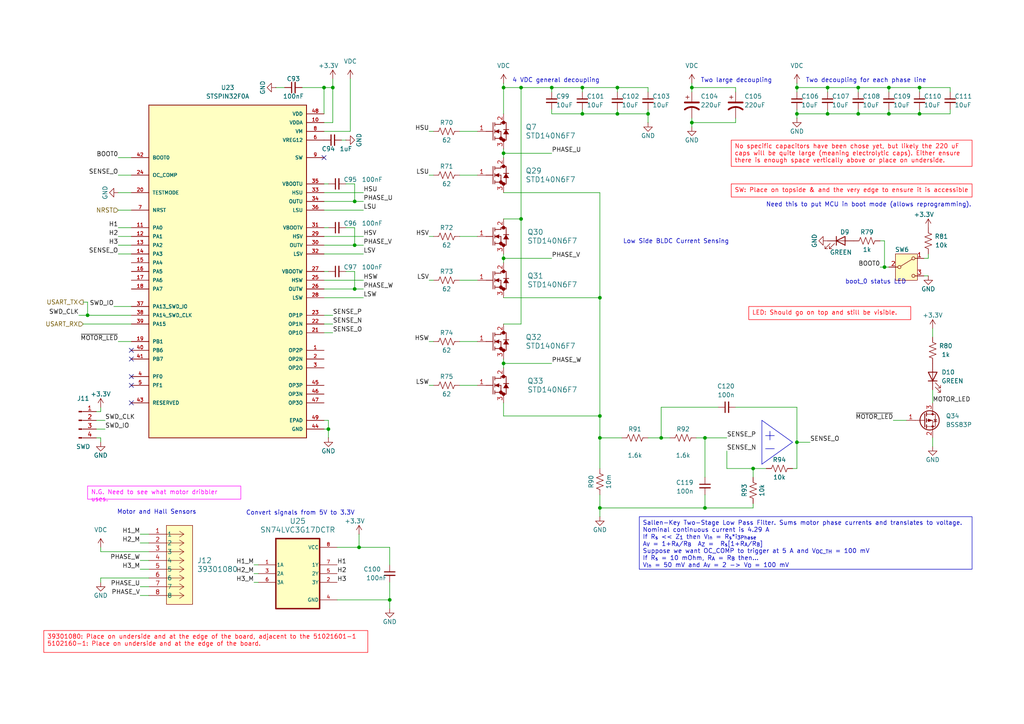
<source format=kicad_sch>
(kicad_sch (version 20231120) (generator "eeschema") (generator_version "8.0")
  (paper "A4")
  (lib_symbols
    (symbol "Connector:Conn_01x04_Pin" (pin_names (offset 1.016) hide)
      (property "Reference" "J" (at 0 5.08 0))
      (property "Value" "Conn_01x04_Pin" (at 0 -7.62 0))
      (symbol "Conn_01x04_Pin_1_1"
        (pin passive line (at 5.08 2.54 180) (length 3.81) (name "Pin_1") (number "1"))
        (pin passive line (at 5.08 0 180) (length 3.81) (name "Pin_2") (number "2"))
        (pin passive line (at 5.08 -2.54 180) (length 3.81) (name "Pin_3") (number "3"))
        (pin passive line (at 5.08 -5.08 180) (length 3.81) (name "Pin_4") (number "4"))
      )
    )
    (symbol "Device:C_Polarized_US" (pin_numbers hide) (pin_names (offset 0.254) hide)
      (property "Reference" "C" (at 0.635 2.54 0))
      (property "Value" "C_Polarized_US" (at 0.635 -2.54 0))
      (symbol "C_Polarized_US_1_1"
        (pin passive line (at 0 3.81 270) (length 2.794) (name "~") (number "1"))
        (pin passive line (at 0 -3.81 90) (length 3.302) (name "~") (number "2"))
      )
    )
    (symbol "Device:C_Small" (pin_numbers hide) (pin_names (offset 0.254) hide)
      (property "Reference" "C" (at 0.254 1.778 0))
      (property "Value" "C_Small" (at 0.254 -2.032 0))
      (symbol "C_Small_1_1"
        (pin passive line (at 0 2.54 270) (length 2.032) (name "~") (number "1"))
        (pin passive line (at 0 -2.54 90) (length 2.032) (name "~") (number "2"))
      )
    )
    (symbol "Device:LED" (pin_numbers hide) (pin_names (offset 1.016) hide)
      (property "Reference" "D" (at 0 2.54 0))
      (property "Value" "LED" (at 0 -2.54 0))
      (symbol "LED_1_1"
        (pin passive line (at -3.81 0 0) (length 2.54) (name "K") (number "1"))
        (pin passive line (at 3.81 0 180) (length 2.54) (name "A") (number "2"))
      )
    )
    (symbol "Device:R_US" (pin_numbers hide) (pin_names (offset 0))
      (property "Reference" "R" (at 2.54 0 90))
      (property "Value" "R_US" (at -2.54 0 90))
      (symbol "R_US_1_1"
        (pin passive line (at 0 3.81 270) (length 1.27) (name "~") (number "1"))
        (pin passive line (at 0 -3.81 90) (length 1.27) (name "~") (number "2"))
      )
    )
    (symbol "RoboJackets-Connectors:39301080" (pin_names (offset 0.254))
      (property "Reference" "J" (at 8.89 6.35 0))
      (property "Value" "39301080" (at 9.144 -22.098 0))
      (symbol "39301080_1_1"
        (pin unspecified line (at 0 0 0) (length 5.08) (name "1") (number "1"))
        (pin unspecified line (at 0 -2.54 0) (length 5.08) (name "2") (number "2"))
        (pin unspecified line (at 0 -5.08 0) (length 5.08) (name "3") (number "3"))
        (pin unspecified line (at 0 -7.62 0) (length 5.08) (name "4") (number "4"))
        (pin unspecified line (at 0 -10.16 0) (length 5.08) (name "5") (number "5"))
        (pin unspecified line (at 0 -12.7 0) (length 5.08) (name "6") (number "6"))
        (pin unspecified line (at 0 -15.24 0) (length 5.08) (name "7") (number "7"))
        (pin unspecified line (at 0 -17.78 0) (length 5.08) (name "8") (number "8"))
      )
      (symbol "39301080_1_2"
        (pin unspecified line (at 0 0 0) (length 5.08) (name "1") (number "1"))
        (pin unspecified line (at 0 -2.54 0) (length 5.08) (name "2") (number "2"))
        (pin unspecified line (at 0 -5.08 0) (length 5.08) (name "3") (number "3"))
        (pin unspecified line (at 0 -7.62 0) (length 5.08) (name "4") (number "4"))
        (pin unspecified line (at 0 -10.16 0) (length 5.08) (name "5") (number "5"))
        (pin unspecified line (at 0 -12.7 0) (length 5.08) (name "6") (number "6"))
        (pin unspecified line (at 0 -15.24 0) (length 5.08) (name "7") (number "7"))
        (pin unspecified line (at 0 -17.78 0) (length 5.08) (name "8") (number "8"))
      )
    )
    (symbol "RoboJackets-IC:SN74LVC3G17DCTR" (pin_names (offset 0.254))
      (property "Reference" "U" (at 20.32 10.16 0))
      (property "Value" "SN74LVC3G17DCTR" (at 20.32 7.62 0))
      (symbol "SN74LVC3G17DCTR_0_0"
        (pin input line (at 8.89 -2.54 0) (length 5.08) (name "1A") (number "1"))
        (pin output line (at 31.75 -7.62 180) (length 5.08) (name "3Y") (number "2"))
        (pin input line (at 8.89 -5.08 0) (length 5.08) (name "2A") (number "3"))
        (pin power_in line (at 31.75 -12.7 180) (length 5.08) (name "GND") (number "4"))
        (pin output line (at 31.75 -5.08 180) (length 5.08) (name "2Y") (number "5"))
        (pin input line (at 8.89 -7.62 0) (length 5.08) (name "3A") (number "6"))
        (pin output line (at 31.75 -2.54 180) (length 5.08) (name "1Y") (number "7"))
        (pin power_in line (at 31.75 2.54 180) (length 5.08) (name "VCC") (number "8"))
      )
    )
    (symbol "RoboJackets-IC:STSPIN32F0A" (pin_names (offset 1.016))
      (property "Reference" "U" (at -22.86 49.53 0))
      (property "Value" "STSPIN32F0A" (at -22.86 -49.53 0))
      (symbol "STSPIN32F0A_0_0"
        (pin input line (at 27.94 -22.86 180) (length 5.08) (name "OP2P") (number "1"))
        (pin power_in line (at 27.94 43.18 180) (length 5.08) (name "VDDA") (number "10"))
        (pin bidirectional line (at -27.94 12.7 0) (length 5.08) (name "PA0") (number "11"))
        (pin bidirectional line (at -27.94 10.16 0) (length 5.08) (name "PA1") (number "12"))
        (pin bidirectional line (at -27.94 7.62 0) (length 5.08) (name "PA2") (number "13"))
        (pin bidirectional line (at -27.94 5.08 0) (length 5.08) (name "PA3") (number "14"))
        (pin bidirectional line (at -27.94 2.54 0) (length 5.08) (name "PA4") (number "15"))
        (pin bidirectional line (at -27.94 0 0) (length 5.08) (name "PA5") (number "16"))
        (pin bidirectional line (at -27.94 -2.54 0) (length 5.08) (name "PA6") (number "17"))
        (pin bidirectional line (at -27.94 -5.08 0) (length 5.08) (name "PA7") (number "18"))
        (pin bidirectional line (at -27.94 -20.32 0) (length 5.08) (name "PB1") (number "19"))
        (pin input line (at 27.94 -25.4 180) (length 5.08) (name "OP2N") (number "2"))
        (pin input line (at -27.94 22.86 0) (length 5.08) (name "TESTMODE") (number "20"))
        (pin output line (at 27.94 -17.78 180) (length 5.08) (name "OP1O") (number "21"))
        (pin input line (at 27.94 -15.24 180) (length 5.08) (name "OP1N") (number "22"))
        (pin input line (at 27.94 -12.7 180) (length 5.08) (name "OP1P") (number "23"))
        (pin input line (at -27.94 27.94 0) (length 5.08) (name "OC_COMP") (number "24"))
        (pin output line (at 27.94 -2.54 180) (length 5.08) (name "HSW") (number "25"))
        (pin output line (at 27.94 -5.08 180) (length 5.08) (name "OUTW") (number "26"))
        (pin power_in line (at 27.94 0 180) (length 5.08) (name "VBOOTW") (number "27"))
        (pin output line (at 27.94 -7.62 180) (length 5.08) (name "LSW") (number "28"))
        (pin output line (at 27.94 10.16 180) (length 5.08) (name "HSV") (number "29"))
        (pin output line (at 27.94 -27.94 180) (length 5.08) (name "OP2O") (number "3"))
        (pin output line (at 27.94 7.62 180) (length 5.08) (name "OUTV") (number "30"))
        (pin power_in line (at 27.94 12.7 180) (length 5.08) (name "VBOOTV") (number "31"))
        (pin output line (at 27.94 5.08 180) (length 5.08) (name "LSV") (number "32"))
        (pin output line (at 27.94 22.86 180) (length 5.08) (name "HSU") (number "33"))
        (pin output line (at 27.94 20.32 180) (length 5.08) (name "OUTU") (number "34"))
        (pin power_in line (at 27.94 25.4 180) (length 5.08) (name "VBOOTU") (number "35"))
        (pin output line (at 27.94 17.78 180) (length 5.08) (name "LSU") (number "36"))
        (pin bidirectional line (at -27.94 -10.16 0) (length 5.08) (name "PA13_SWD_IO") (number "37"))
        (pin bidirectional line (at -27.94 -12.7 0) (length 5.08) (name "PA14_SWD_CLK") (number "38"))
        (pin bidirectional line (at -27.94 -15.24 0) (length 5.08) (name "PA15") (number "39"))
        (pin bidirectional line (at -27.94 -30.48 0) (length 5.08) (name "PF0") (number "4"))
        (pin bidirectional line (at -27.94 -22.86 0) (length 5.08) (name "PB6") (number "40"))
        (pin bidirectional line (at -27.94 -25.4 0) (length 5.08) (name "PB7") (number "41"))
        (pin input line (at -27.94 33.02 0) (length 5.08) (name "BOOT0") (number "42"))
        (pin passive line (at -27.94 -38.1 0) (length 5.08) (name "RESERVED") (number "43"))
        (pin power_in line (at 27.94 -45.72 180) (length 5.08) (name "GND") (number "44"))
        (pin input line (at 27.94 -33.02 180) (length 5.08) (name "OP3P") (number "45"))
        (pin input line (at 27.94 -35.56 180) (length 5.08) (name "OP3N") (number "46"))
        (pin output line (at 27.94 -38.1 180) (length 5.08) (name "OP3O") (number "47"))
        (pin power_in line (at 27.94 45.72 180) (length 5.08) (name "VDD") (number "48"))
        (pin power_in line (at 27.94 -43.18 180) (length 5.08) (name "EPAD") (number "49"))
        (pin bidirectional line (at -27.94 -33.02 0) (length 5.08) (name "PF1") (number "5"))
        (pin power_in line (at 27.94 38.1 180) (length 5.08) (name "VREG12") (number "6"))
        (pin bidirectional line (at -27.94 17.78 0) (length 5.08) (name "NRST") (number "7"))
        (pin power_in line (at 27.94 40.64 180) (length 5.08) (name "VM") (number "8"))
        (pin output line (at 27.94 33.02 180) (length 5.08) (name "SW") (number "9"))
      )
    )
    (symbol "RoboJackets-Transistors:STD140N6F7" (pin_names (offset 0.254) hide)
      (property "Reference" "Q" (at 5.08 1.27 0))
      (property "Value" "STD140N6F7" (at 11.43 -1.27 0))
      (symbol "STD140N6F7_1_1"
        (pin input line (at -6.35 0 0) (length 2.54) (name "G") (number "1"))
        (pin input line (at 1.27 5.08 270) (length 2.54) (name "D") (number "2"))
        (pin output line (at 1.27 -5.08 90) (length 2.54) (name "S") (number "3"))
      )
    )
    (symbol "Switch:SW_SPDT" (pin_names (offset 0) hide)
      (property "Reference" "SW" (at 0 5.08 0))
      (property "Value" "SW_SPDT" (at 0 -5.08 0))
      (symbol "SW_SPDT_1_1"
        (pin passive line (at 5.08 2.54 180) (length 2.54) (name "A") (number "1"))
        (pin passive line (at -5.08 0 0) (length 2.54) (name "B") (number "2"))
        (pin passive line (at 5.08 -2.54 180) (length 2.54) (name "C") (number "3"))
      )
    )
    (symbol "Transistor_FET:BSS83P" (pin_names hide)
      (property "Reference" "Q" (at 5.08 1.905 0))
      (property "Value" "BSS83P" (at 5.08 0 0))
      (symbol "BSS83P_1_1"
        (pin input line (at -5.08 0 0) (length 2.54) (name "G") (number "1"))
        (pin passive line (at 2.54 -5.08 90) (length 2.54) (name "S") (number "2"))
        (pin passive line (at 2.54 5.08 270) (length 2.54) (name "D") (number "3"))
      )
    )
    (symbol "power:+3.3V" (power) (pin_numbers hide) (pin_names (offset 0) hide)
      (property "Value" "+3.3V" (at 0 3.556 0))
      (symbol "+3.3V_1_1"
        (pin power_in line (at 0 0 90) (length 0) (name "~") (number "1"))
      )
    )
    (symbol "power:GND" (power) (pin_numbers hide) (pin_names (offset 0) hide)
      (property "Value" "GND" (at 0 -3.81 0))
      (symbol "GND_1_1"
        (pin power_in line (at 0 0 270) (length 0) (name "~") (number "1"))
      )
    )
    (symbol "power:VDC" (power) (pin_numbers hide) (pin_names (offset 0) hide)
      (property "Value" "VDC" (at 0 3.556 0))
      (symbol "VDC_1_1"
        (pin power_in line (at 0 0 90) (length 0) (name "~") (number "1"))
      )
    )
  )
  (junction (at 168.91 33.02))
  (junction (at 179.07 33.02))
  (junction (at 25.4 91.44))
  (junction (at 231.14 128.27))
  (junction (at 187.96 33.02))
  (junction (at 102.87 83.82))
  (junction (at 200.66 35.56))
  (junction (at 146.05 105.41))
  (junction (at 240.03 33.02))
  (junction (at 179.07 25.4))
  (junction (at 266.7 33.02))
  (junction (at 204.47 127))
  (junction (at 168.91 25.4))
  (junction (at 257.81 25.4))
  (junction (at 160.02 25.4))
  (junction (at 146.05 74.93))
  (junction (at 102.87 71.12))
  (junction (at 173.99 86.36))
  (junction (at 151.13 25.4))
  (junction (at 248.92 33.02))
  (junction (at 204.47 147.32))
  (junction (at 248.92 25.4))
  (junction (at 95.25 124.46))
  (junction (at 93.98 25.4))
  (junction (at 173.99 120.65))
  (junction (at 146.05 25.4))
  (junction (at 200.66 25.4))
  (junction (at 240.03 25.4))
  (junction (at 218.44 135.89))
  (junction (at 102.87 58.42))
  (junction (at 173.99 127))
  (junction (at 146.05 44.45))
  (junction (at 191.77 127))
  (junction (at 104.14 158.75))
  (junction (at 231.14 33.02))
  (junction (at 266.7 25.4))
  (junction (at 151.13 63.5))
  (junction (at 257.81 33.02))
  (junction (at 256.54 77.47))
  (junction (at 173.99 147.32))
  (junction (at 113.03 173.99))
  (junction (at 231.14 25.4))
  (junction (at 96.52 25.4))
  (no_connect (at 38.1 116.84))
  (no_connect (at 38.1 109.22))
  (no_connect (at 38.1 101.6))
  (no_connect (at 38.1 111.76))
  (no_connect (at 93.98 45.72))
  (no_connect (at 38.1 104.14))
  (wire (pts (xy 146.05 44.45) (xy 160.02 44.45)))
  (wire (pts (xy 133.35 38.1) (xy 138.43 38.1)))
  (wire (pts (xy 34.29 99.06) (xy 38.1 99.06)))
  (wire (pts (xy 257.81 25.4) (xy 266.7 25.4)))
  (wire (pts (xy 270.51 113.03) (xy 270.51 116.84)))
  (wire (pts (xy 124.46 99.06) (xy 125.73 99.06)))
  (wire (pts (xy 97.79 173.99) (xy 113.03 173.99)))
  (wire (pts (xy 146.05 25.4) (xy 151.13 25.4)))
  (wire (pts (xy 146.05 116.84) (xy 146.05 120.65)))
  (wire (pts (xy 218.44 135.89) (xy 222.25 135.89)))
  (wire (pts (xy 133.35 50.8) (xy 138.43 50.8)))
  (wire (pts (xy 93.98 81.28) (xy 105.41 81.28)))
  (wire (pts (xy 43.18 160.02) (xy 29.21 160.02)))
  (wire (pts (xy 27.94 127) (xy 29.21 127)))
  (wire (pts (xy 231.14 128.27) (xy 231.14 135.89)))
  (wire (pts (xy 204.47 147.32) (xy 218.44 147.32)))
  (wire (pts (xy 24.13 93.98) (xy 38.1 93.98)))
  (wire (pts (xy 95.25 124.46) (xy 95.25 127)))
  (wire (pts (xy 179.07 33.02) (xy 179.07 31.75)))
  (wire (pts (xy 124.46 50.8) (xy 125.73 50.8)))
  (wire (pts (xy 218.44 147.32) (xy 218.44 146.05)))
  (wire (pts (xy 146.05 104.14) (xy 146.05 105.41)))
  (wire (pts (xy 104.14 154.94) (xy 104.14 158.75)))
  (wire (pts (xy 146.05 120.65) (xy 173.99 120.65)))
  (wire (pts (xy 113.03 168.91) (xy 113.03 173.99)))
  (wire (pts (xy 266.7 31.75) (xy 266.7 33.02)))
  (wire (pts (xy 201.93 127) (xy 204.47 127)))
  (wire (pts (xy 231.14 118.11) (xy 231.14 128.27)))
  (wire (pts (xy 213.36 25.4) (xy 213.36 26.67)))
  (wire (pts (xy 168.91 25.4) (xy 168.91 26.67)))
  (wire (pts (xy 100.33 66.04) (xy 102.87 66.04)))
  (wire (pts (xy 40.64 162.56) (xy 43.18 162.56)))
  (wire (pts (xy 34.29 45.72) (xy 38.1 45.72)))
  (wire (pts (xy 218.44 135.89) (xy 218.44 138.43)))
  (wire (pts (xy 93.98 78.74) (xy 95.25 78.74)))
  (wire (pts (xy 99.06 40.64) (xy 100.33 40.64)))
  (wire (pts (xy 200.66 35.56) (xy 213.36 35.56)))
  (wire (pts (xy 266.7 25.4) (xy 266.7 26.67)))
  (wire (pts (xy 93.98 86.36) (xy 105.41 86.36)))
  (wire (pts (xy 93.98 83.82) (xy 102.87 83.82)))
  (wire (pts (xy 73.66 163.83) (xy 74.93 163.83)))
  (wire (pts (xy 173.99 127) (xy 180.34 127)))
  (wire (pts (xy 179.07 25.4) (xy 187.96 25.4)))
  (wire (pts (xy 34.29 71.12) (xy 38.1 71.12)))
  (wire (pts (xy 213.36 118.11) (xy 231.14 118.11)))
  (wire (pts (xy 93.98 96.52) (xy 96.52 96.52)))
  (wire (pts (xy 113.03 173.99) (xy 113.03 176.53)))
  (polyline (pts (xy 223.3156 125.0722) (xy 223.3156 126.3422)))
  (polyline (pts (xy 223.3156 126.3422) (xy 223.3156 127.6122)))
  (wire (pts (xy 113.03 158.75) (xy 113.03 163.83)))
  (wire (pts (xy 93.98 91.44) (xy 96.52 91.44)))
  (wire (pts (xy 93.98 71.12) (xy 102.87 71.12)))
  (wire (pts (xy 173.99 147.32) (xy 204.47 147.32)))
  (wire (pts (xy 248.92 31.75) (xy 248.92 33.02)))
  (wire (pts (xy 231.14 33.02) (xy 231.14 34.29)))
  (wire (pts (xy 95.25 121.92) (xy 95.25 124.46)))
  (wire (pts (xy 146.05 25.4) (xy 146.05 33.02)))
  (wire (pts (xy 27.94 124.46) (xy 30.48 124.46)))
  (wire (pts (xy 240.03 25.4) (xy 248.92 25.4)))
  (wire (pts (xy 257.81 31.75) (xy 257.81 33.02)))
  (wire (pts (xy 146.05 43.18) (xy 146.05 44.45)))
  (polyline (pts (xy 222.0456 130.1522) (xy 224.5856 130.1522)))
  (wire (pts (xy 204.47 143.51) (xy 204.47 147.32)))
  (wire (pts (xy 27.94 119.38) (xy 29.21 119.38)))
  (wire (pts (xy 96.52 35.56) (xy 93.98 35.56)))
  (wire (pts (xy 40.64 157.48) (xy 43.18 157.48)))
  (wire (pts (xy 87.63 25.4) (xy 93.98 25.4)))
  (wire (pts (xy 93.98 60.96) (xy 105.41 60.96)))
  (wire (pts (xy 146.05 74.93) (xy 146.05 76.2)))
  (wire (pts (xy 240.03 33.02) (xy 248.92 33.02)))
  (wire (pts (xy 266.7 25.4) (xy 275.59 25.4)))
  (wire (pts (xy 73.66 168.91) (xy 74.93 168.91)))
  (wire (pts (xy 104.14 158.75) (xy 113.03 158.75)))
  (wire (pts (xy 270.51 97.79) (xy 270.51 95.25)))
  (wire (pts (xy 102.87 83.82) (xy 105.41 83.82)))
  (polyline (pts (xy 220.98 134.62) (xy 229.87 128.27)))
  (wire (pts (xy 179.07 33.02) (xy 187.96 33.02)))
  (wire (pts (xy 173.99 147.32) (xy 173.99 149.86)))
  (wire (pts (xy 187.96 33.02) (xy 187.96 35.56)))
  (wire (pts (xy 93.98 93.98) (xy 96.52 93.98)))
  (wire (pts (xy 213.36 35.56) (xy 213.36 34.29)))
  (wire (pts (xy 146.05 44.45) (xy 146.05 45.72)))
  (wire (pts (xy 105.41 73.66) (xy 93.98 73.66)))
  (wire (pts (xy 124.46 81.28) (xy 125.73 81.28)))
  (polyline (pts (xy 222.0456 126.3422) (xy 224.5856 126.3422)))
  (wire (pts (xy 210.82 135.89) (xy 218.44 135.89)))
  (wire (pts (xy 96.52 22.86) (xy 96.52 25.4)))
  (wire (pts (xy 34.29 73.66) (xy 38.1 73.66)))
  (wire (pts (xy 200.66 34.29) (xy 200.66 35.56)))
  (wire (pts (xy 255.27 77.47) (xy 256.54 77.47)))
  (wire (pts (xy 240.03 31.75) (xy 240.03 33.02)))
  (wire (pts (xy 93.98 124.46) (xy 95.25 124.46)))
  (wire (pts (xy 187.96 25.4) (xy 187.96 26.67)))
  (wire (pts (xy 256.54 69.85) (xy 255.27 69.85)))
  (wire (pts (xy 96.52 25.4) (xy 96.52 35.56)))
  (wire (pts (xy 146.05 74.93) (xy 160.02 74.93)))
  (wire (pts (xy 269.24 74.93) (xy 267.97 74.93)))
  (wire (pts (xy 168.91 33.02) (xy 179.07 33.02)))
  (wire (pts (xy 146.05 93.98) (xy 151.13 93.98)))
  (wire (pts (xy 200.66 35.56) (xy 200.66 36.83)))
  (wire (pts (xy 248.92 25.4) (xy 248.92 26.67)))
  (wire (pts (xy 173.99 86.36) (xy 173.99 120.65)))
  (wire (pts (xy 40.64 154.94) (xy 43.18 154.94)))
  (wire (pts (xy 160.02 31.75) (xy 160.02 33.02)))
  (wire (pts (xy 43.18 167.64) (xy 29.21 167.64)))
  (wire (pts (xy 124.46 68.58) (xy 125.73 68.58)))
  (wire (pts (xy 24.13 87.63) (xy 25.4 87.63)))
  (wire (pts (xy 29.21 118.11) (xy 29.21 119.38)))
  (wire (pts (xy 231.14 25.4) (xy 231.14 26.67)))
  (wire (pts (xy 93.98 66.04) (xy 95.25 66.04)))
  (wire (pts (xy 40.64 165.1) (xy 43.18 165.1)))
  (wire (pts (xy 173.99 120.65) (xy 173.99 127)))
  (wire (pts (xy 102.87 66.04) (xy 102.87 71.12)))
  (wire (pts (xy 146.05 86.36) (xy 173.99 86.36)))
  (wire (pts (xy 173.99 127) (xy 173.99 135.89)))
  (wire (pts (xy 160.02 25.4) (xy 168.91 25.4)))
  (wire (pts (xy 146.05 73.66) (xy 146.05 74.93)))
  (wire (pts (xy 191.77 127) (xy 194.31 127)))
  (wire (pts (xy 40.64 172.72) (xy 43.18 172.72)))
  (wire (pts (xy 231.14 31.75) (xy 231.14 33.02)))
  (wire (pts (xy 34.29 55.88) (xy 38.1 55.88)))
  (wire (pts (xy 231.14 33.02) (xy 240.03 33.02)))
  (polyline (pts (xy 220.98 121.92) (xy 220.98 134.62)))
  (wire (pts (xy 34.29 50.8) (xy 38.1 50.8)))
  (wire (pts (xy 151.13 25.4) (xy 160.02 25.4)))
  (wire (pts (xy 25.4 87.63) (xy 25.4 91.44)))
  (wire (pts (xy 267.97 80.01) (xy 269.24 80.01)))
  (wire (pts (xy 34.29 66.04) (xy 38.1 66.04)))
  (wire (pts (xy 93.98 53.34) (xy 95.25 53.34)))
  (wire (pts (xy 151.13 25.4) (xy 151.13 63.5)))
  (wire (pts (xy 187.96 33.02) (xy 187.96 31.75)))
  (wire (pts (xy 93.98 58.42) (xy 102.87 58.42)))
  (wire (pts (xy 133.35 81.28) (xy 138.43 81.28)))
  (wire (pts (xy 275.59 31.75) (xy 275.59 33.02)))
  (wire (pts (xy 146.05 105.41) (xy 160.02 105.41)))
  (wire (pts (xy 27.94 121.92) (xy 30.48 121.92)))
  (wire (pts (xy 146.05 24.13) (xy 146.05 25.4)))
  (wire (pts (xy 200.66 25.4) (xy 213.36 25.4)))
  (wire (pts (xy 231.14 25.4) (xy 240.03 25.4)))
  (wire (pts (xy 200.66 24.13) (xy 200.66 25.4)))
  (wire (pts (xy 133.35 111.76) (xy 138.43 111.76)))
  (wire (pts (xy 102.87 71.12) (xy 105.41 71.12)))
  (wire (pts (xy 151.13 63.5) (xy 151.13 93.98)))
  (wire (pts (xy 100.33 78.74) (xy 102.87 78.74)))
  (wire (pts (xy 146.05 105.41) (xy 146.05 106.68)))
  (wire (pts (xy 151.13 63.5) (xy 146.05 63.5)))
  (wire (pts (xy 191.77 118.11) (xy 208.28 118.11)))
  (wire (pts (xy 173.99 55.88) (xy 173.99 86.36)))
  (wire (pts (xy 97.79 158.75) (xy 104.14 158.75)))
  (wire (pts (xy 25.4 91.44) (xy 38.1 91.44)))
  (wire (pts (xy 124.46 111.76) (xy 125.73 111.76)))
  (wire (pts (xy 133.35 68.58) (xy 138.43 68.58)))
  (wire (pts (xy 173.99 143.51) (xy 173.99 147.32)))
  (wire (pts (xy 168.91 31.75) (xy 168.91 33.02)))
  (wire (pts (xy 102.87 53.34) (xy 102.87 58.42)))
  (wire (pts (xy 210.82 130.81) (xy 210.82 135.89)))
  (wire (pts (xy 160.02 25.4) (xy 160.02 26.67)))
  (wire (pts (xy 256.54 77.47) (xy 257.81 77.47)))
  (wire (pts (xy 124.46 38.1) (xy 125.73 38.1)))
  (wire (pts (xy 73.66 166.37) (xy 74.93 166.37)))
  (wire (pts (xy 231.14 24.13) (xy 231.14 25.4)))
  (wire (pts (xy 40.64 170.18) (xy 43.18 170.18)))
  (wire (pts (xy 168.91 25.4) (xy 179.07 25.4)))
  (wire (pts (xy 160.02 33.02) (xy 168.91 33.02)))
  (wire (pts (xy 248.92 25.4) (xy 257.81 25.4)))
  (wire (pts (xy 266.7 33.02) (xy 275.59 33.02)))
  (wire (pts (xy 248.92 33.02) (xy 257.81 33.02)))
  (wire (pts (xy 146.05 55.88) (xy 173.99 55.88)))
  (wire (pts (xy 102.87 58.42) (xy 105.41 58.42)))
  (wire (pts (xy 29.21 160.02) (xy 29.21 158.75)))
  (wire (pts (xy 240.03 25.4) (xy 240.03 26.67)))
  (wire (pts (xy 33.02 88.9) (xy 38.1 88.9)))
  (wire (pts (xy 93.98 25.4) (xy 96.52 25.4)))
  (wire (pts (xy 34.29 68.58) (xy 38.1 68.58)))
  (polyline (pts (xy 220.98 121.92) (xy 229.87 128.27)))
  (wire (pts (xy 80.01 25.4) (xy 82.55 25.4)))
  (wire (pts (xy 257.81 33.02) (xy 266.7 33.02)))
  (wire (pts (xy 259.08 121.92) (xy 262.89 121.92)))
  (wire (pts (xy 191.77 118.11) (xy 191.77 127)))
  (wire (pts (xy 133.35 99.06) (xy 138.43 99.06)))
  (wire (pts (xy 256.54 77.47) (xy 256.54 69.85)))
  (wire (pts (xy 100.33 53.34) (xy 102.87 53.34)))
  (wire (pts (xy 257.81 25.4) (xy 257.81 26.67)))
  (wire (pts (xy 29.21 127) (xy 29.21 128.27)))
  (wire (pts (xy 34.29 60.96) (xy 38.1 60.96)))
  (wire (pts (xy 204.47 127) (xy 210.82 127)))
  (wire (pts (xy 102.87 78.74) (xy 102.87 83.82)))
  (wire (pts (xy 93.98 55.88) (xy 105.41 55.88)))
  (wire (pts (xy 105.41 68.58) (xy 93.98 68.58)))
  (wire (pts (xy 93.98 121.92) (xy 95.25 121.92)))
  (wire (pts (xy 93.98 25.4) (xy 93.98 33.02)))
  (wire (pts (xy 270.51 127) (xy 270.51 129.54)))
  (wire (pts (xy 204.47 127) (xy 204.47 138.43)))
  (wire (pts (xy 179.07 25.4) (xy 179.07 26.67)))
  (wire (pts (xy 229.87 135.89) (xy 231.14 135.89)))
  (wire (pts (xy 275.59 25.4) (xy 275.59 26.67)))
  (wire (pts (xy 187.96 127) (xy 191.77 127)))
  (wire (pts (xy 269.24 73.66) (xy 269.24 74.93)))
  (wire (pts (xy 200.66 26.67) (xy 200.66 25.4)))
  (wire (pts (xy 93.98 38.1) (xy 101.6 38.1)))
  (wire (pts (xy 22.86 91.44) (xy 25.4 91.44)))
  (wire (pts (xy 101.6 22.86) (xy 101.6 38.1)))
  (wire (pts (xy 29.21 167.64) (xy 29.21 168.91)))
  (wire (pts (xy 231.14 128.27) (xy 234.95 128.27)))
  (text_box "LED: Should go on top and still be visible." (at 217.17 88.9 0) (size 46.99 3.81) (stroke (width 0) (color 255 0 11 1)) (effects (font (size 1.27 1.27)) (justify left top)))
  (text_box "39301080: Place on underside and at the edge of the board, adjacent to the 51021601-1\n5102160-1: Place on underside and at the edge of the board." (at 12.7 182.88 0) (size 93.98 6.35) (stroke (width 0) (color 255 0 11 1)) (effects (font (size 1.27 1.27)) (justify left top)))
  (text_box "Sallen-Key Two-Stage Low Pass Filter. Sums motor phase currents and translates to voltage.\nNominal continuous current is 4.29 A\nIf R_{s} << Z_{1} then V_{in} = R_{s}*i_{3Phase}\nA_{V} = 1+R_{A}/R_{B}  A_{Z} =  R_{s}[1+R_{A}/R_{B}]\nSuppose we want OC_COMP to trigger at 5 A and V_{OC_TH} = 100 mV\nIf R_{s} = 10 mOhm, R_{A} = R_{B} then... \nV_{in} = 50 mV and A_{V} = 2 -> V_{O} = 100 mV" (at 185.42 149.86 0) (size 96.52 15.24) (effects (font (size 1.27 1.27)) (justify left top)))
  (text_box "N.G. Need to see what motor dribbler uses." (at 25.4 140.97 0) (size 44.45 3.81) (stroke (width 0) (color 255 0 255 1)) (effects (font (size 1.27 1.27)) (justify left top)))
  (text_box "No specific capacitors have been chose yet, but likely the 220 uF caps will be quite large (meaning electrolytic caps). Either ensure there is enough space vertically above or place on underside." (at 212.09 40.64 0) (size 69.85 7.62) (stroke (width 0) (color 255 0 11 1)) (effects (font (size 1.27 1.27)) (justify left top)))
  (text_box "SW: Place on topside & and the very edge to ensure it is accessible" (at 212.09 53.34 0) (size 69.85 3.81) (stroke (width 0) (color 255 0 11 1)) (effects (font (size 1.27 1.27)) (justify left top)))
  (text "Two decoupling for each phase line" (at 233.68 24.13 0) (effects (font (size 1.27 1.27)) (justify left bottom)))
  (text "Motor and Hall Sensors" (at 45.466 148.59 0) (effects (font (size 1.27 1.27))))
  (text "boot_0 status LED" (at 245.11 82.55 0) (effects (font (size 1.27 1.27)) (justify left bottom)))
  (text "Need this to put MCU in boot mode (allows reprogramming)." (at 251.968 59.436 0) (effects (font (size 1.27 1.27))))
  (text "Low Side BLDC Current Sensing" (at 196.088 70.104 0) (effects (font (size 1.27 1.27))))
  (text "Convert signals from 5V to 3.3V" (at 87.122 148.844 0) (effects (font (size 1.27 1.27))))
  (text "Two large decoupling" (at 203.2 24.13 0) (effects (font (size 1.27 1.27)) (justify left bottom)))
  (text "4 VDC general decoupling" (at 148.59 24.13 0) (effects (font (size 1.27 1.27)) (justify left bottom)))
  (label "SENSE_O" (at 34.29 50.8 180))
  (label "H2" (at 34.29 68.58 180))
  (label "HSV" (at 124.46 68.58 180))
  (label "PHASE_W" (at 160.02 105.41 0))
  (label "SENSE_O" (at 96.52 96.52 0))
  (label "SWD_IO" (at 30.48 124.46 0))
  (label "HSV" (at 105.41 68.58 0))
  (label "H3_M" (at 40.64 165.1 180))
  (label "HSU" (at 124.46 38.1 180))
  (label "PHASE_W" (at 105.41 83.82 0))
  (label "LSU" (at 105.41 60.96 0))
  (label "PHASE_V" (at 160.02 74.93 0))
  (label "LSV" (at 124.46 81.28 180))
  (label "H1_M" (at 40.64 154.94 180))
  (label "PHASE_U" (at 40.64 170.18 180))
  (label "BOOT0" (at 34.29 45.72 180))
  (label "H1" (at 34.29 66.04 180))
  (label "PHASE_W" (at 40.64 162.56 180))
  (label "SENSE_N" (at 210.82 130.81 0))
  (label "H3" (at 97.79 168.91 0))
  (label "HSU" (at 105.41 55.88 0))
  (label "LSV" (at 105.41 73.66 0))
  (label "HSW" (at 105.41 81.28 0))
  (label "H2_M" (at 73.66 166.37 180))
  (label "PHASE_V" (at 105.41 71.12 0))
  (label "PHASE_U" (at 160.02 44.45 0))
  (label "H3" (at 34.29 71.12 180))
  (label "H1_M" (at 73.66 163.83 180))
  (label "SENSE_O" (at 34.29 73.66 180))
  (label "~{MOTOR_LED}" (at 259.08 121.92 180))
  (label "H1" (at 97.79 163.83 0))
  (label "H2" (at 97.79 166.37 0))
  (label "SWD_IO" (at 33.02 88.9 180))
  (label "H2_M" (at 40.64 157.48 180))
  (label "SENSE_P" (at 96.52 91.44 0))
  (label "LSW" (at 105.41 86.36 0))
  (label "LSU" (at 124.46 50.8 180))
  (label "SENSE_N" (at 96.52 93.98 0))
  (label "PHASE_V" (at 40.64 172.72 180))
  (label "PHASE_U" (at 105.41 58.42 0))
  (label "SENSE_P" (at 210.82 127 0))
  (label "SENSE_O" (at 234.95 128.27 0))
  (label "BOOT0" (at 255.27 77.47 180))
  (label "LSW" (at 124.46 111.76 180))
  (label "HSW" (at 124.46 99.06 180))
  (label "MOTOR_LED" (at 270.51 116.84 0))
  (label "SWD_CLK" (at 22.86 91.44 180))
  (label "~{MOTOR_LED}" (at 34.29 99.06 180))
  (label "SWD_CLK" (at 30.48 121.92 0))
  (label "H3_M" (at 73.66 168.91 180))
  (hierarchical_label "USART_TX" (shape output) (at 24.13 87.63 180))
  (hierarchical_label "USART_RX" (shape input) (at 24.13 93.98 180))
  (hierarchical_label "NRST" (shape input) (at 34.29 60.96 180))
  (symbol (lib_id "power:VDC") (at 231.14 24.13 0) (unit 1)
    (property "Reference" "#PWR0169" (effects (hide yes)))
    (property "Value" "VDC" (at 231.14 19.05 0))
    (property "Description" "Power symbol creates a global label with name \"VDC\"" (effects (hide yes)))
  )
  (symbol (lib_id "RoboJackets-Transistors:STD140N6F7") (at 144.78 81.28 0) (unit 1)
    (property "Reference" "Q31" (at 152.908 80.01 0) (effects (font (size 1.524 1.524)) (justify left)))
    (property "Value" "STD140N6F7" (at 152.908 82.55 0) (effects (font (size 1.524 1.524)) (justify left)))
    (property "Footprint" "DPAKTO-252_A2_STM" (effects (hide yes)))
    (property "Datasheet" "https://www.st.com/content/ccc/resource/technical/document/datasheet/group1/de/02/69/d9/32/b8/44/66/DM00257307/files/DM00257307.pdf/jcr:content/translations/en.DM00257307.pdf" (effects (hide yes)))
    (property "Description" "MOSFET N-CH 60V 80A DPAK" (effects (hide yes)))
  )
  (symbol (lib_id "Connector:Conn_01x04_Pin") (at 22.86 121.92 0) (unit 1)
    (property "Reference" "J11" (at 24.13 115.57 0))
    (property "Value" "SWD" (at 24.13 129.54 0))
    (property "Footprint" "Connector_PinHeader_2.54mm:PinHeader_1x04_P2.54mm_Vertical" (effects (hide yes)))
    (property "Description" "Generic connector, single row, 01x04, script generated" (effects (hide yes)))
  )
  (symbol (lib_id "Device:R_US") (at 129.54 111.76 90) (unit 1)
    (property "Reference" "R75" (at 129.54 109.22 90))
    (property "Value" "62" (at 129.54 114.3 90))
    (property "Footprint" "Resistor_SMD:R_0603_1608Metric" (effects (hide yes)))
    (property "Description" "Resistor, US symbol" (effects (hide yes)))
  )
  (symbol (lib_id "Device:R_US") (at 173.99 139.7 180) (unit 1)
    (property "Reference" "R90" (at 171.45 139.7 90))
    (property "Value" "10m" (at 176.53 139.7 90))
    (property "Footprint" "Resistor_SMD:R_0603_1608Metric" (effects (hide yes)))
    (property "Description" "Resistor, US symbol" (effects (hide yes)))
  )
  (symbol (lib_id "Device:R_US") (at 218.44 142.24 180) (unit 1)
    (property "Reference" "R93" (at 215.9 142.24 90))
    (property "Value" "10k" (at 220.98 142.24 90))
    (property "Footprint" "Resistor_SMD:R_0603_1608Metric" (effects (hide yes)))
    (property "Description" "Resistor, US symbol" (effects (hide yes)))
  )
  (symbol (lib_id "power:+3.3V") (at 104.14 154.94 0) (unit 1)
    (property "Reference" "#PWR0161" (effects (hide yes)))
    (property "Value" "+3.3V" (at 102.87 151.13 0))
    (property "Description" "Power symbol creates a global label with name \"+3.3V\"" (effects (hide yes)))
  )
  (symbol (lib_id "Device:C_Small") (at 96.52 40.64 90) (unit 1)
    (property "Reference" "C94" (at 95.25 43.18 90))
    (property "Value" "1uF" (at 100.33 43.18 90))
    (property "Footprint" "Capacitor_SMD:C_0603_1608Metric" (effects (hide yes)))
    (property "Description" "Unpolarized capacitor, small symbol" (effects (hide yes)))
  )
  (symbol (lib_id "power:VDC") (at 200.66 24.13 0) (unit 1)
    (property "Reference" "#PWR0167" (effects (hide yes)))
    (property "Value" "VDC" (at 200.66 19.05 0))
    (property "Description" "Power symbol creates a global label with name \"VDC\"" (effects (hide yes)))
  )
  (symbol (lib_id "power:GND") (at 270.51 129.54 0) (unit 1)
    (property "Reference" "#PWR0173" (effects (hide yes)))
    (property "Value" "GND" (at 270.51 133.35 0))
    (property "Description" "Power symbol creates a global label with name \"GND\" , ground" (effects (hide yes)))
  )
  (symbol (lib_id "Device:R_US") (at 129.54 50.8 90) (unit 1)
    (property "Reference" "R71" (at 129.54 48.26 90))
    (property "Value" "62" (at 129.54 53.34 90))
    (property "Footprint" "Resistor_SMD:R_0603_1608Metric" (effects (hide yes)))
    (property "Description" "Resistor, US symbol" (effects (hide yes)))
  )
  (symbol (lib_id "Device:C_Small") (at 97.79 66.04 90) (unit 1)
    (property "Reference" "C96" (at 101.6 64.77 90))
    (property "Value" "100nF" (at 107.95 64.77 90))
    (property "Footprint" "Capacitor_SMD:C_0603_1608Metric" (effects (hide yes)))
    (property "Description" "Unpolarized capacitor, small symbol" (effects (hide yes)))
  )
  (symbol (lib_id "Device:C_Small") (at 187.96 29.21 0) (unit 1)
    (property "Reference" "C103" (at 189.23 27.94 0) (effects (justify left)))
    (property "Value" "10uF" (at 189.23 30.48 0) (effects (justify left)))
    (property "Footprint" "Capacitor_SMD:C_1206_3216Metric" (effects (hide yes)))
    (property "Description" "Unpolarized capacitor, small symbol" (effects (hide yes)))
  )
  (symbol (lib_id "Device:C_Small") (at 85.09 25.4 90) (unit 1)
    (property "Reference" "C93" (at 85.09 22.86 90))
    (property "Value" "100nF" (at 85.09 27.94 90))
    (property "Footprint" "Capacitor_SMD:C_0603_1608Metric" (effects (hide yes)))
    (property "Description" "Unpolarized capacitor, small symbol" (effects (hide yes)))
  )
  (symbol (lib_id "Device:R_US") (at 129.54 81.28 90) (unit 1)
    (property "Reference" "R73" (at 129.54 78.74 90))
    (property "Value" "62" (at 129.54 83.82 90))
    (property "Footprint" "Resistor_SMD:R_0603_1608Metric" (effects (hide yes)))
    (property "Description" "Resistor, US symbol" (effects (hide yes)))
  )
  (symbol (lib_id "Device:C_Small") (at 179.07 29.21 0) (unit 1)
    (property "Reference" "C102" (at 180.34 27.94 0) (effects (justify left)))
    (property "Value" "10uF" (at 180.34 30.48 0) (effects (justify left)))
    (property "Footprint" "Capacitor_SMD:C_1206_3216Metric" (effects (hide yes)))
    (property "Description" "Unpolarized capacitor, small symbol" (effects (hide yes)))
  )
  (symbol (lib_id "Device:LED") (at 243.84 69.85 0) (unit 1)
    (property "Reference" "D9" (at 246.38 67.31 0) (effects (justify right)))
    (property "Value" "GREEN" (at 247.0836 73.1938 0) (effects (justify right)))
    (property "Footprint" "Diode_SMD:D_0603_1608Metric" (effects (hide yes)))
    (property "Description" "Light emitting diode" (effects (hide yes)))
  )
  (symbol (lib_id "Device:C_Small") (at 210.82 118.11 90) (unit 1)
    (property "Reference" "C120" (at 213.106 112.014 90) (effects (justify left)))
    (property "Value" "100n" (at 213.106 114.554 90) (effects (justify left)))
    (property "Footprint" "Capacitor_SMD:C_1206_3216Metric" (effects (hide yes)))
    (property "Description" "Unpolarized capacitor, small symbol" (effects (hide yes)))
  )
  (symbol (lib_id "Device:R_US") (at 129.54 99.06 90) (unit 1)
    (property "Reference" "R74" (at 129.54 96.52 90))
    (property "Value" "62" (at 129.54 101.6 90))
    (property "Footprint" "Resistor_SMD:R_0603_1608Metric" (effects (hide yes)))
    (property "Description" "Resistor, US symbol" (effects (hide yes)))
  )
  (symbol (lib_id "RoboJackets-Transistors:STD140N6F7") (at 144.78 38.1 0) (unit 1)
    (property "Reference" "Q7" (at 152.4 36.83 0) (effects (font (size 1.524 1.524)) (justify left)))
    (property "Value" "STD140N6F7" (at 152.4 39.37 0) (effects (font (size 1.524 1.524)) (justify left)))
    (property "Footprint" "DPAKTO-252_A2_STM" (effects (hide yes)))
    (property "Datasheet" "https://www.st.com/content/ccc/resource/technical/document/datasheet/group1/de/02/69/d9/32/b8/44/66/DM00257307/files/DM00257307.pdf/jcr:content/translations/en.DM00257307.pdf" (effects (hide yes)))
    (property "Description" "MOSFET N-CH 60V 80A DPAK" (effects (hide yes)))
  )
  (symbol (lib_id "RoboJackets-Transistors:STD140N6F7") (at 144.78 50.8 0) (unit 1)
    (property "Reference" "Q29" (at 152.4 49.53 0) (effects (font (size 1.524 1.524)) (justify left)))
    (property "Value" "STD140N6F7" (at 152.4 52.07 0) (effects (font (size 1.524 1.524)) (justify left)))
    (property "Footprint" "DPAKTO-252_A2_STM" (effects (hide yes)))
    (property "Datasheet" "https://www.st.com/content/ccc/resource/technical/document/datasheet/group1/de/02/69/d9/32/b8/44/66/DM00257307/files/DM00257307.pdf/jcr:content/translations/en.DM00257307.pdf" (effects (hide yes)))
    (property "Description" "MOSFET N-CH 60V 80A DPAK" (effects (hide yes)))
  )
  (symbol (lib_id "RoboJackets-Connectors:39301080") (at 43.18 154.94 0) (unit 1)
    (property "Reference" "J12" (at 57.15 162.5599 0) (effects (font (size 1.524 1.524)) (justify left)))
    (property "Value" "39301080" (at 57.15 165.0999 0) (effects (font (size 1.524 1.524)) (justify left)))
    (property "Footprint" "RoboJackets-Connectors:CON_39301080" (effects (hide yes)))
    (property "Datasheet" "39301080" (effects (hide yes)))
    (property "Description" "Mini-Fit Jr. Header, Dual Row, Right-Angle, with Snap-in Plastic Peg PCB Lock, 8 Circuits, Nylon 6/6 94V-2, 2.54µm Matte Tin (Sn) Plating, Natural, Bag" (effects (hide yes)))
  )
  (symbol (lib_id "power:GND") (at 240.03 69.85 270) (unit 1)
    (property "Reference" "#PWR0171" (effects (hide yes)))
    (property "Value" "GND" (at 236.22 69.85 0))
    (property "Description" "Power symbol creates a global label with name \"GND\" , ground" (effects (hide yes)))
  )
  (symbol (lib_id "Device:LED") (at 270.51 109.22 90) (unit 1)
    (property "Reference" "D10" (at 273.05 107.95 90) (effects (justify right)))
    (property "Value" "GREEN" (at 273.05 110.49 90) (effects (justify right)))
    (property "Footprint" "Diode_SMD:D_0603_1608Metric" (effects (hide yes)))
    (property "Description" "Light emitting diode" (effects (hide yes)))
  )
  (symbol (lib_id "RoboJackets-Transistors:STD140N6F7") (at 144.78 111.76 0) (unit 1)
    (property "Reference" "Q33" (at 152.908 110.49 0) (effects (font (size 1.524 1.524)) (justify left)))
    (property "Value" "STD140N6F7" (at 152.908 113.03 0) (effects (font (size 1.524 1.524)) (justify left)))
    (property "Footprint" "DPAKTO-252_A2_STM" (effects (hide yes)))
    (property "Datasheet" "https://www.st.com/content/ccc/resource/technical/document/datasheet/group1/de/02/69/d9/32/b8/44/66/DM00257307/files/DM00257307.pdf/jcr:content/translations/en.DM00257307.pdf" (effects (hide yes)))
    (property "Description" "MOSFET N-CH 60V 80A DPAK" (effects (hide yes)))
  )
  (symbol (lib_id "Device:R_US") (at 129.54 68.58 90) (unit 1)
    (property "Reference" "R72" (at 129.54 66.04 90))
    (property "Value" "62" (at 129.54 71.12 90))
    (property "Footprint" "Resistor_SMD:R_0603_1608Metric" (effects (hide yes)))
    (property "Description" "Resistor, US symbol" (effects (hide yes)))
  )
  (symbol (lib_id "Device:C_Small") (at 97.79 53.34 90) (unit 1)
    (property "Reference" "C95" (at 101.6 52.07 90))
    (property "Value" "100nF" (at 107.95 52.07 90))
    (property "Footprint" "Capacitor_SMD:C_0603_1608Metric" (effects (hide yes)))
    (property "Description" "Unpolarized capacitor, small symbol" (effects (hide yes)))
  )
  (symbol (lib_id "Device:C_Small") (at 275.59 29.21 0) (unit 1)
    (property "Reference" "C111" (at 276.86 27.94 0) (effects (justify left)))
    (property "Value" "10uF" (at 276.86 30.48 0) (effects (justify left)))
    (property "Footprint" "Capacitor_SMD:C_1206_3216Metric" (effects (hide yes)))
    (property "Description" "Unpolarized capacitor, small symbol" (effects (hide yes)))
  )
  (symbol (lib_id "power:VDC") (at 29.21 158.75 0) (unit 1)
    (property "Reference" "#PWR0150" (effects (hide yes)))
    (property "Value" "VDC" (at 29.21 153.67 0))
    (property "Description" "Power symbol creates a global label with name \"VDC\"" (effects (hide yes)))
  )
  (symbol (lib_id "power:+3.3V") (at 96.52 22.86 0) (unit 1)
    (property "Reference" "#PWR0157" (effects (hide yes)))
    (property "Value" "+3.3V" (at 95.25 19.05 0))
    (property "Description" "Power symbol creates a global label with name \"+3.3V\"" (effects (hide yes)))
  )
  (symbol (lib_id "power:GND") (at 95.25 127 0) (unit 1)
    (property "Reference" "#PWR0156" (effects (hide yes)))
    (property "Value" "GND" (at 95.25 130.81 0))
    (property "Description" "Power symbol creates a global label with name \"GND\" , ground" (effects (hide yes)))
  )
  (symbol (lib_id "Device:C_Small") (at 266.7 29.21 0) (unit 1)
    (property "Reference" "C110" (at 267.97 27.94 0) (effects (justify left)))
    (property "Value" "10uF" (at 267.97 30.48 0) (effects (justify left)))
    (property "Footprint" "Capacitor_SMD:C_1206_3216Metric" (effects (hide yes)))
    (property "Description" "Unpolarized capacitor, small symbol" (effects (hide yes)))
  )
  (symbol (lib_id "Device:C_Small") (at 160.02 29.21 0) (unit 1)
    (property "Reference" "C99" (at 161.29 27.94 0) (effects (justify left)))
    (property "Value" "10uF" (at 161.29 30.48 0) (effects (justify left)))
    (property "Footprint" "Capacitor_SMD:C_1206_3216Metric" (effects (hide yes)))
    (property "Description" "Unpolarized capacitor, small symbol" (effects (hide yes)))
  )
  (symbol (lib_id "RoboJackets-IC:STSPIN32F0A") (at 66.04 78.74 0) (unit 1)
    (property "Reference" "U23" (at 66.04 25.4 0))
    (property "Value" "STSPIN32F0A" (at 66.04 27.94 0))
    (property "Footprint" "RoboJackets-IC:IC_STSPIN32F0A" (effects (hide yes)))
    (property "Datasheet" "https://www.st.com/resource/en/datasheet/stspin32f0.pdf" (effects (hide yes)))
    (property "Description" "IC BLDC CTLR STM32 48VFQFPN" (effects (hide yes)))
  )
  (symbol (lib_id "Device:C_Small") (at 248.92 29.21 0) (unit 1)
    (property "Reference" "C108" (at 250.19 27.94 0) (effects (justify left)))
    (property "Value" "10uF" (at 250.19 30.48 0) (effects (justify left)))
    (property "Footprint" "Capacitor_SMD:C_1206_3216Metric" (effects (hide yes)))
    (property "Description" "Unpolarized capacitor, small symbol" (effects (hide yes)))
  )
  (symbol (lib_id "Device:C_Small") (at 240.03 29.21 0) (unit 1)
    (property "Reference" "C107" (at 241.3 27.94 0) (effects (justify left)))
    (property "Value" "10uF" (at 241.3 30.48 0) (effects (justify left)))
    (property "Footprint" "Capacitor_SMD:C_1206_3216Metric" (effects (hide yes)))
    (property "Description" "Unpolarized capacitor, small symbol" (effects (hide yes)))
  )
  (symbol (lib_id "Device:R_US") (at 184.15 127 90) (unit 1)
    (property "Reference" "R91" (at 184.15 124.46 90))
    (property "Value" "1.6k" (at 184.15 132.08 90))
    (property "Footprint" "Resistor_SMD:R_0603_1608Metric" (effects (hide yes)))
    (property "Description" "Resistor, US symbol" (effects (hide yes)))
  )
  (symbol (lib_id "Device:C_Small") (at 97.79 78.74 90) (unit 1)
    (property "Reference" "C97" (at 101.6 77.47 90))
    (property "Value" "100nF" (at 107.95 77.47 90))
    (property "Footprint" "Capacitor_SMD:C_0603_1608Metric" (effects (hide yes)))
    (property "Description" "Unpolarized capacitor, small symbol" (effects (hide yes)))
  )
  (symbol (lib_id "Switch:SW_SPDT") (at 262.89 77.47 0) (unit 1)
    (property "Reference" "SW6" (at 261.62 72.39 0))
    (property "Value" "SW_SPDT" (effects (hide yes)))
    (property "Footprint" "lib:Slide_Switch_SPDT" (effects (hide yes)))
    (property "Description" "Switch, single pole double throw" (effects (hide yes)))
  )
  (symbol (lib_id "power:+3.3V") (at 269.24 66.04 0) (unit 1)
    (property "Reference" "#PWR0174" (effects (hide yes)))
    (property "Value" "+3.3V" (at 267.97 62.23 0))
    (property "Description" "Power symbol creates a global label with name \"+3.3V\"" (effects (hide yes)))
  )
  (symbol (lib_id "Device:R_US") (at 129.54 38.1 90) (unit 1)
    (property "Reference" "R70" (at 129.54 35.56 90))
    (property "Value" "62" (at 129.54 40.64 90))
    (property "Footprint" "Resistor_SMD:R_0603_1608Metric" (effects (hide yes)))
    (property "Description" "Resistor, US symbol" (effects (hide yes)))
  )
  (symbol (lib_id "power:GND") (at 29.21 168.91 0) (unit 1)
    (property "Reference" "#PWR0151" (effects (hide yes)))
    (property "Value" "GND" (at 29.21 172.72 0))
    (property "Description" "Power symbol creates a global label with name \"GND\" , ground" (effects (hide yes)))
  )
  (symbol (lib_id "Device:C_Small") (at 204.47 140.97 0) (mirror y) (unit 1)
    (property "Reference" "C119" (at 201.168 139.954 0) (effects (justify left)))
    (property "Value" "100n" (at 201.168 142.494 0) (effects (justify left)))
    (property "Footprint" "Capacitor_SMD:C_1206_3216Metric" (effects (hide yes)))
    (property "Description" "Unpolarized capacitor, small symbol" (effects (hide yes)))
  )
  (symbol (lib_id "power:GND") (at 173.99 149.86 0) (unit 1)
    (property "Reference" "#PWR071" (effects (hide yes)))
    (property "Value" "GND" (at 173.99 153.67 0))
    (property "Description" "Power symbol creates a global label with name \"GND\" , ground" (effects (hide yes)))
  )
  (symbol (lib_id "power:GND") (at 269.24 80.01 0) (unit 1)
    (property "Reference" "#PWR0175" (effects (hide yes)))
    (property "Value" "GND" (at 269.24 83.82 0))
    (property "Description" "Power symbol creates a global label with name \"GND\" , ground" (effects (hide yes)))
  )
  (symbol (lib_id "power:GND") (at 200.66 36.83 0) (unit 1)
    (property "Reference" "#PWR0168" (effects (hide yes)))
    (property "Value" "GND" (at 200.66 40.64 0))
    (property "Description" "Power symbol creates a global label with name \"GND\" , ground" (effects (hide yes)))
  )
  (symbol (lib_id "power:+3.3V") (at 29.21 118.11 0) (unit 1)
    (property "Reference" "#PWR0148" (effects (hide yes)))
    (property "Value" "+3.3V" (at 29.21 114.3 0))
    (property "Description" "Power symbol creates a global label with name \"+3.3V\"" (effects (hide yes)))
  )
  (symbol (lib_id "Device:C_Small") (at 257.81 29.21 0) (unit 1)
    (property "Reference" "C109" (at 259.08 27.94 0) (effects (justify left)))
    (property "Value" "10uF" (at 259.08 30.48 0) (effects (justify left)))
    (property "Footprint" "Capacitor_SMD:C_1206_3216Metric" (effects (hide yes)))
    (property "Description" "Unpolarized capacitor, small symbol" (effects (hide yes)))
  )
  (symbol (lib_id "power:GND") (at 80.01 25.4 270) (unit 1)
    (property "Reference" "#PWR0153" (effects (hide yes)))
    (property "Value" "GND" (at 76.2 25.4 0))
    (property "Description" "Power symbol creates a global label with name \"GND\" , ground" (effects (hide yes)))
  )
  (symbol (lib_id "power:GND") (at 231.14 34.29 0) (unit 1)
    (property "Reference" "#PWR0170" (effects (hide yes)))
    (property "Value" "GND" (at 231.14 38.1 0))
    (property "Description" "Power symbol creates a global label with name \"GND\" , ground" (effects (hide yes)))
  )
  (symbol (lib_id "Device:C_Small") (at 113.03 166.37 0) (unit 1)
    (property "Reference" "C100" (at 107.95 165.1 0))
    (property "Value" "100nF" (at 109.22 167.64 0))
    (property "Footprint" "Capacitor_SMD:C_0603_1608Metric" (effects (hide yes)))
    (property "Description" "Unpolarized capacitor, small symbol" (effects (hide yes)))
  )
  (symbol (lib_id "power:+3.3V") (at 270.51 95.25 0) (unit 1)
    (property "Reference" "#PWR0172" (effects (hide yes)))
    (property "Value" "+3.3V" (at 270.51 91.44 0))
    (property "Description" "Power symbol creates a global label with name \"+3.3V\"" (effects (hide yes)))
  )
  (symbol (lib_id "power:GND") (at 34.29 55.88 270) (unit 1)
    (property "Reference" "#PWR0152" (effects (hide yes)))
    (property "Value" "GND" (at 30.48 55.88 0))
    (property "Description" "Power symbol creates a global label with name \"GND\" , ground" (effects (hide yes)))
  )
  (symbol (lib_id "Device:C_Small") (at 168.91 29.21 0) (unit 1)
    (property "Reference" "C101" (at 170.18 27.94 0) (effects (justify left)))
    (property "Value" "10uF" (at 170.18 30.48 0) (effects (justify left)))
    (property "Footprint" "Capacitor_SMD:C_1206_3216Metric" (effects (hide yes)))
    (property "Description" "Unpolarized capacitor, small symbol" (effects (hide yes)))
  )
  (symbol (lib_id "power:GND") (at 187.96 35.56 0) (unit 1)
    (property "Reference" "#PWR0166" (effects (hide yes)))
    (property "Value" "GND" (at 187.96 39.37 0))
    (property "Description" "Power symbol creates a global label with name \"GND\" , ground" (effects (hide yes)))
  )
  (symbol (lib_id "power:GND") (at 29.21 128.27 0) (unit 1)
    (property "Reference" "#PWR0149" (effects (hide yes)))
    (property "Value" "GND" (at 29.21 132.08 0))
    (property "Description" "Power symbol creates a global label with name \"GND\" , ground" (effects (hide yes)))
  )
  (symbol (lib_id "power:VDC") (at 101.6 22.86 0) (unit 1)
    (property "Reference" "#PWR0159" (effects (hide yes)))
    (property "Value" "VDC" (at 101.6 17.78 0))
    (property "Description" "Power symbol creates a global label with name \"VDC\"" (effects (hide yes)))
  )
  (symbol (lib_id "power:VDC") (at 146.05 24.13 0) (unit 1)
    (property "Reference" "#PWR0160" (effects (hide yes)))
    (property "Value" "VDC" (at 146.05 19.05 0))
    (property "Description" "Power symbol creates a global label with name \"VDC\"" (effects (hide yes)))
  )
  (symbol (lib_id "Device:C_Polarized_US") (at 200.66 30.48 0) (unit 1)
    (property "Reference" "C104" (at 203.2 27.94 0) (effects (justify left)))
    (property "Value" "220uF" (at 203.2 30.48 0) (effects (justify left)))
    (property "Footprint" "Capacitor_THT:CP_Radial_D10.0mm_P5.00mm" (effects (hide yes)))
    (property "Description" "Polarized capacitor, US symbol" (effects (hide yes)))
  )
  (symbol (lib_id "RoboJackets-Transistors:STD140N6F7") (at 144.78 68.58 0) (unit 1)
    (property "Reference" "Q30" (at 152.908 67.31 0) (effects (font (size 1.524 1.524)) (justify left)))
    (property "Value" "STD140N6F7" (at 152.908 69.85 0) (effects (font (size 1.524 1.524)) (justify left)))
    (property "Footprint" "DPAKTO-252_A2_STM" (effects (hide yes)))
    (property "Datasheet" "https://www.st.com/content/ccc/resource/technical/document/datasheet/group1/de/02/69/d9/32/b8/44/66/DM00257307/files/DM00257307.pdf/jcr:content/translations/en.DM00257307.pdf" (effects (hide yes)))
    (property "Description" "MOSFET N-CH 60V 80A DPAK" (effects (hide yes)))
  )
  (symbol (lib_id "Device:C_Polarized_US") (at 213.36 30.48 0) (unit 1)
    (property "Reference" "C105" (at 215.9 27.94 0) (effects (justify left)))
    (property "Value" "220uF" (at 215.9 30.48 0) (effects (justify left)))
    (property "Footprint" "Capacitor_THT:CP_Radial_D10.0mm_P5.00mm" (effects (hide yes)))
    (property "Description" "Polarized capacitor, US symbol" (effects (hide yes)))
  )
  (symbol (lib_id "Device:R_US") (at 270.51 101.6 180) (unit 1)
    (property "Reference" "R80" (at 274.32 100.33 0))
    (property "Value" "1k" (at 274.32 102.87 0))
    (property "Footprint" "Resistor_SMD:R_0603_1608Metric" (effects (hide yes)))
    (property "Description" "Resistor, US symbol" (effects (hide yes)))
  )
  (symbol (lib_id "RoboJackets-Transistors:STD140N6F7") (at 144.78 99.06 0) (unit 1)
    (property "Reference" "Q32" (at 152.4 97.79 0) (effects (font (size 1.524 1.524)) (justify left)))
    (property "Value" "STD140N6F7" (at 152.4 100.33 0) (effects (font (size 1.524 1.524)) (justify left)))
    (property "Footprint" "DPAKTO-252_A2_STM" (effects (hide yes)))
    (property "Datasheet" "https://www.st.com/content/ccc/resource/technical/document/datasheet/group1/de/02/69/d9/32/b8/44/66/DM00257307/files/DM00257307.pdf/jcr:content/translations/en.DM00257307.pdf" (effects (hide yes)))
    (property "Description" "MOSFET N-CH 60V 80A DPAK" (effects (hide yes)))
  )
  (symbol (lib_id "Device:R_US") (at 251.46 69.85 90) (unit 1)
    (property "Reference" "R79" (at 251.46 67.31 90))
    (property "Value" "1k" (at 251.46 72.39 90))
    (property "Footprint" "Resistor_SMD:R_0603_1608Metric" (effects (hide yes)))
    (property "Description" "Resistor, US symbol" (effects (hide yes)))
  )
  (symbol (lib_id "power:GND") (at 113.03 176.53 0) (unit 1)
    (property "Reference" "#PWR0162" (effects (hide yes)))
    (property "Value" "GND" (at 113.03 180.34 0))
    (property "Description" "Power symbol creates a global label with name \"GND\" , ground" (effects (hide yes)))
  )
  (symbol (lib_id "Device:R_US") (at 269.24 69.85 0) (unit 1)
    (property "Reference" "R81" (at 273.05 68.58 0))
    (property "Value" "10k" (at 273.05 71.12 0))
    (property "Footprint" "Resistor_SMD:R_0603_1608Metric" (effects (hide yes)))
    (property "Description" "Resistor, US symbol" (effects (hide yes)))
  )
  (symbol (lib_id "RoboJackets-IC:SN74LVC3G17DCTR") (at 66.04 161.29 0) (unit 1)
    (property "Reference" "U25" (at 86.36 151.13 0) (effects (font (size 1.524 1.524))))
    (property "Value" "SN74LVC3G17DCTR" (at 86.36 153.67 0) (effects (font (size 1.524 1.524))))
    (property "Footprint" "DCT8" (effects (hide yes)))
    (property "Datasheet" "https://www.ti.com/lit/ds/symlink/sn74lvc3g17.pdf?ts=1726403224895" (effects (hide yes)))
    (property "Description" "3-ch, 1.65-V to 5.5-V buffers with Schmitt-Trigger inputs" (effects (hide yes)))
  )
  (symbol (lib_id "Device:R_US") (at 226.06 135.89 90) (unit 1)
    (property "Reference" "R94" (at 226.06 133.35 90))
    (property "Value" "10k" (at 226.06 138.43 90))
    (property "Footprint" "Resistor_SMD:R_0603_1608Metric" (effects (hide yes)))
    (property "Description" "Resistor, US symbol" (effects (hide yes)))
  )
  (symbol (lib_id "power:GND") (at 100.33 40.64 90) (unit 1)
    (property "Reference" "#PWR0158" (effects (hide yes)))
    (property "Value" "GND" (at 104.14 40.64 0))
    (property "Description" "Power symbol creates a global label with name \"GND\" , ground" (effects (hide yes)))
  )
  (symbol (lib_id "Device:C_Small") (at 231.14 29.21 0) (unit 1)
    (property "Reference" "C106" (at 232.41 27.94 0) (effects (justify left)))
    (property "Value" "10uF" (at 232.41 30.48 0) (effects (justify left)))
    (property "Footprint" "Capacitor_SMD:C_1206_3216Metric" (effects (hide yes)))
    (property "Description" "Unpolarized capacitor, small symbol" (effects (hide yes)))
  )
  (symbol (lib_id "Device:R_US") (at 198.12 127 90) (unit 1)
    (property "Reference" "R92" (at 198.12 124.46 90))
    (property "Value" "1.6k" (at 198.12 132.08 90))
    (property "Footprint" "Resistor_SMD:R_0603_1608Metric" (effects (hide yes)))
    (property "Description" "Resistor, US symbol" (effects (hide yes)))
  )
  (symbol (lib_id "Transistor_FET:BSS83P") (at 267.97 121.92 0) (unit 1)
    (property "Reference" "Q34" (at 274.32 120.6499 0) (effects (justify left)))
    (property "Value" "BSS83P" (at 274.32 123.1899 0) (effects (justify left)))
    (property "Footprint" "Package_TO_SOT_SMD:SOT-23" (effects (hide yes)))
    (property "Datasheet" "http://www.farnell.com/datasheets/1835997.pdf" (effects (hide yes)))
    (property "Description" "-0.33A Id, -60V Vds, P-Channel MOSFET, SOT-23" (effects (hide yes)))
  )
)
</source>
